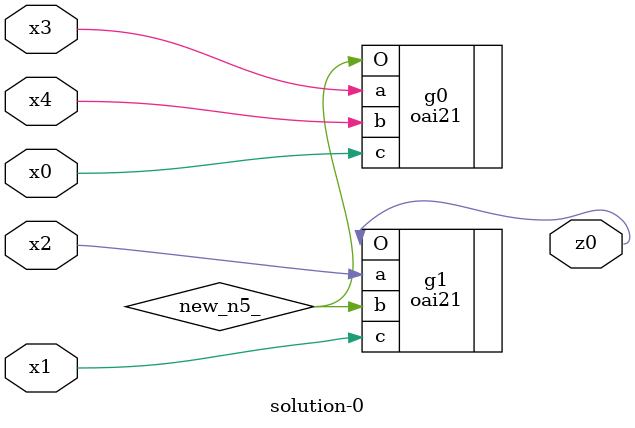
<source format=v>
module \solution-0 (
  x0, x1, x2, x3, x4,
  z0 );
  input x0, x1, x2, x3, x4;
  output z0;
  wire new_n5_;
  oai21  g0(.a(x3), .b(x4), .c(x0), .O(new_n5_));
  oai21  g1(.a(x2), .b(new_n5_), .c(x1), .O(z0));
endmodule

</source>
